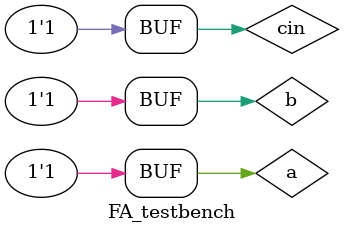
<source format=v>

module FA_testbench;
    reg a,b,cin;
    wire sum, cout;

    FA dut(.a(a), .b(b), .cin(cin), .sum(sum), .cout(cout));
    
    initial begin
     	a = 1'b0; 
	b=1'b0; 
	cin= 1'b0;	//000
     #100 cin= 1'b1;	//001
     #100 b=1'b1; cin= 1'b0;	//010
     #100 cin= 1'b1; //011
     #100 a = 1'b1; b=1'b0; cin= 1'b0; //100
     #100 cin= 1'b1;	//101
     #100 b=1'b1; cin= 1'b0;	//110
     #100 cin= 1'b1;	//111
    end
endmodule

</source>
